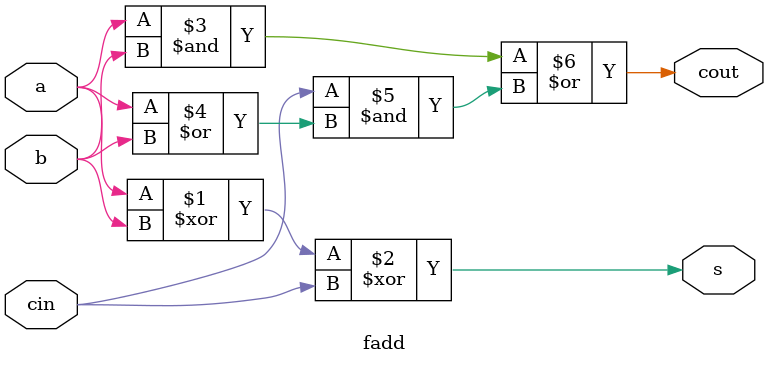
<source format=v>
module top_module( 
    input [99:0] a, b,
    input cin,
    output [99:0] cout,
    output [99:0] sum );
  
    genvar i;
    generate
        for(i=0;i<100;i++) begin : generate_block_name
            
            if (i==0) fadd fa0 (.a(a[0]),
                                .b(b[0]),
                                .cin(cin),
                                .s(sum[0]),
                                .cout(cout[0]));
            else fadd fa1(.a(a[i]),
                          .b(b[i]),
                          .cin(cout[i-1]),
                          .s(sum[i]),
                           .cout(cout[i]));
            
        end
    endgenerate            
    
endmodule
               
module fadd (
    input a,b,cin,
    output s,cout );
    
    assign s=a^b^cin;
    assign cout =(a&b)|(cin & (a|b));
    
endmodule

</source>
